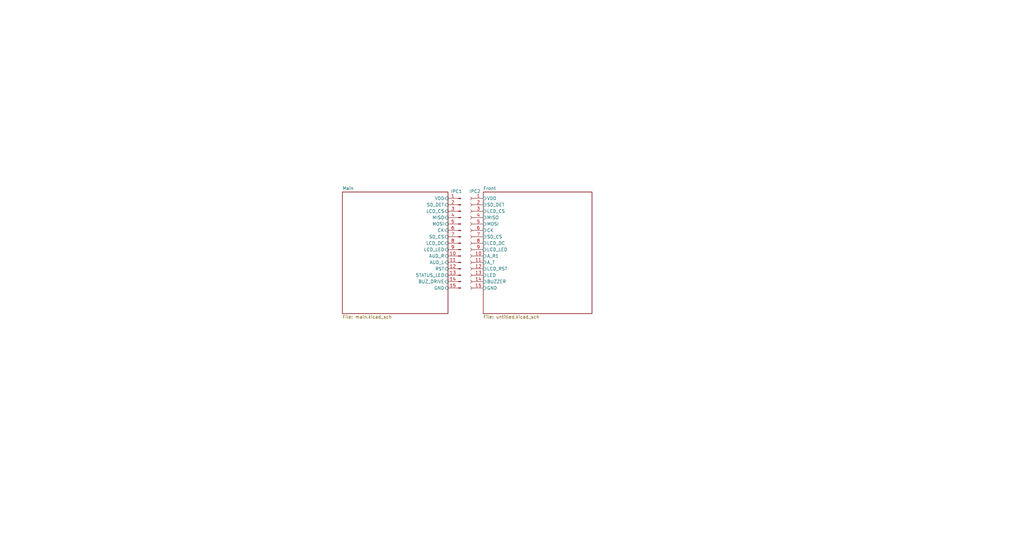
<source format=kicad_sch>
(kicad_sch (version 20231120) (generator "eeschema") (generator_version "8.0")
  (paper "User" 406.4 215.9)
  (title_block (title "Main"))
  (lib_symbols
    (symbol "Connector:Conn_01x15_Pin" (pin_names (offset 1.016) hide)
      (property "Reference" "J" (at 0 20.32 0))
      (property "Value" "Conn_01x15_Pin" (at 0 -20.32 0))
      (symbol "Conn_01x15_Pin_1_1"
        (polyline (pts (xy 1.27 -17.78) (xy 0.8636 -17.78)) (stroke (width 0.1524)))
        (polyline (pts (xy 1.27 -15.24) (xy 0.8636 -15.24)) (stroke (width 0.1524)))
        (polyline (pts (xy 1.27 -12.7) (xy 0.8636 -12.7)) (stroke (width 0.1524)))
        (polyline (pts (xy 1.27 -10.16) (xy 0.8636 -10.16)) (stroke (width 0.1524)))
        (polyline (pts (xy 1.27 -7.62) (xy 0.8636 -7.62)) (stroke (width 0.1524)))
        (polyline (pts (xy 1.27 -5.08) (xy 0.8636 -5.08)) (stroke (width 0.1524)))
        (polyline (pts (xy 1.27 -2.54) (xy 0.8636 -2.54)) (stroke (width 0.1524)))
        (polyline (pts (xy 1.27 0) (xy 0.8636 0)) (stroke (width 0.1524)))
        (polyline (pts (xy 1.27 2.54) (xy 0.8636 2.54)) (stroke (width 0.1524)))
        (polyline (pts (xy 1.27 5.08) (xy 0.8636 5.08)) (stroke (width 0.1524)))
        (polyline (pts (xy 1.27 7.62) (xy 0.8636 7.62)) (stroke (width 0.1524)))
        (polyline (pts (xy 1.27 10.16) (xy 0.8636 10.16)) (stroke (width 0.1524)))
        (polyline (pts (xy 1.27 12.7) (xy 0.8636 12.7)) (stroke (width 0.1524)))
        (polyline (pts (xy 1.27 15.24) (xy 0.8636 15.24)) (stroke (width 0.1524)))
        (polyline (pts (xy 1.27 17.78) (xy 0.8636 17.78)) (stroke (width 0.1524)))
        (rectangle (start 0.8636 -17.653) (end 0 -17.907) (stroke (width 0.1524)) (fill (type outline)))
        (rectangle (start 0.8636 -15.113) (end 0 -15.367) (stroke (width 0.1524)) (fill (type outline)))
        (rectangle (start 0.8636 -12.573) (end 0 -12.827) (stroke (width 0.1524)) (fill (type outline)))
        (rectangle (start 0.8636 -10.033) (end 0 -10.287) (stroke (width 0.1524)) (fill (type outline)))
        (rectangle (start 0.8636 -7.493) (end 0 -7.747) (stroke (width 0.1524)) (fill (type outline)))
        (rectangle (start 0.8636 -4.953) (end 0 -5.207) (stroke (width 0.1524)) (fill (type outline)))
        (rectangle (start 0.8636 -2.413) (end 0 -2.667) (stroke (width 0.1524)) (fill (type outline)))
        (rectangle (start 0.8636 0.127) (end 0 -0.127) (stroke (width 0.1524)) (fill (type outline)))
        (rectangle (start 0.8636 2.667) (end 0 2.413) (stroke (width 0.1524)) (fill (type outline)))
        (rectangle (start 0.8636 5.207) (end 0 4.953) (stroke (width 0.1524)) (fill (type outline)))
        (rectangle (start 0.8636 7.747) (end 0 7.493) (stroke (width 0.1524)) (fill (type outline)))
        (rectangle (start 0.8636 10.287) (end 0 10.033) (stroke (width 0.1524)) (fill (type outline)))
        (rectangle (start 0.8636 12.827) (end 0 12.573) (stroke (width 0.1524)) (fill (type outline)))
        (rectangle (start 0.8636 15.367) (end 0 15.113) (stroke (width 0.1524)) (fill (type outline)))
        (rectangle (start 0.8636 17.907) (end 0 17.653) (stroke (width 0.1524)) (fill (type outline)))
        (pin passive line (at 5.08 17.78 180) (length 3.81) (name "Pin_1") (number "1"))
        (pin passive line (at 5.08 -5.08 180) (length 3.81) (name "Pin_10") (number "10"))
        (pin passive line (at 5.08 -7.62 180) (length 3.81) (name "Pin_11") (number "11"))
        (pin passive line (at 5.08 -10.16 180) (length 3.81) (name "Pin_12") (number "12"))
        (pin passive line (at 5.08 -12.7 180) (length 3.81) (name "Pin_13") (number "13"))
        (pin passive line (at 5.08 -15.24 180) (length 3.81) (name "Pin_14") (number "14"))
        (pin passive line (at 5.08 -17.78 180) (length 3.81) (name "Pin_15") (number "15"))
        (pin passive line (at 5.08 15.24 180) (length 3.81) (name "Pin_2") (number "2"))
        (pin passive line (at 5.08 12.7 180) (length 3.81) (name "Pin_3") (number "3"))
        (pin passive line (at 5.08 10.16 180) (length 3.81) (name "Pin_4") (number "4"))
        (pin passive line (at 5.08 7.62 180) (length 3.81) (name "Pin_5") (number "5"))
        (pin passive line (at 5.08 5.08 180) (length 3.81) (name "Pin_6") (number "6"))
        (pin passive line (at 5.08 2.54 180) (length 3.81) (name "Pin_7") (number "7"))
        (pin passive line (at 5.08 0 180) (length 3.81) (name "Pin_8") (number "8"))
        (pin passive line (at 5.08 -2.54 180) (length 3.81) (name "Pin_9") (number "9"))
      )
    )
    (symbol "Connector:Conn_01x15_Socket" (pin_names (offset 1.016) hide)
      (property "Reference" "J" (at 0 20.32 0))
      (property "Value" "Conn_01x15_Socket" (at 0 -20.32 0))
      (symbol "Conn_01x15_Socket_1_1"
        (arc (start 0 -17.272) (mid -0.5058 -17.78) (end 0 -18.288) (stroke (width 0.1524)))
        (arc (start 0 -14.732) (mid -0.5058 -15.24) (end 0 -15.748) (stroke (width 0.1524)))
        (arc (start 0 -12.192) (mid -0.5058 -12.7) (end 0 -13.208) (stroke (width 0.1524)))
        (arc (start 0 -9.652) (mid -0.5058 -10.16) (end 0 -10.668) (stroke (width 0.1524)))
        (arc (start 0 -7.112) (mid -0.5058 -7.62) (end 0 -8.128) (stroke (width 0.1524)))
        (arc (start 0 -4.572) (mid -0.5058 -5.08) (end 0 -5.588) (stroke (width 0.1524)))
        (arc (start 0 -2.032) (mid -0.5058 -2.54) (end 0 -3.048) (stroke (width 0.1524)))
        (polyline (pts (xy -1.27 -17.78) (xy -0.508 -17.78)) (stroke (width 0.1524)))
        (polyline (pts (xy -1.27 -15.24) (xy -0.508 -15.24)) (stroke (width 0.1524)))
        (polyline (pts (xy -1.27 -12.7) (xy -0.508 -12.7)) (stroke (width 0.1524)))
        (polyline (pts (xy -1.27 -10.16) (xy -0.508 -10.16)) (stroke (width 0.1524)))
        (polyline (pts (xy -1.27 -7.62) (xy -0.508 -7.62)) (stroke (width 0.1524)))
        (polyline (pts (xy -1.27 -5.08) (xy -0.508 -5.08)) (stroke (width 0.1524)))
        (polyline (pts (xy -1.27 -2.54) (xy -0.508 -2.54)) (stroke (width 0.1524)))
        (polyline (pts (xy -1.27 0) (xy -0.508 0)) (stroke (width 0.1524)))
        (polyline (pts (xy -1.27 2.54) (xy -0.508 2.54)) (stroke (width 0.1524)))
        (polyline (pts (xy -1.27 5.08) (xy -0.508 5.08)) (stroke (width 0.1524)))
        (polyline (pts (xy -1.27 7.62) (xy -0.508 7.62)) (stroke (width 0.1524)))
        (polyline (pts (xy -1.27 10.16) (xy -0.508 10.16)) (stroke (width 0.1524)))
        (polyline (pts (xy -1.27 12.7) (xy -0.508 12.7)) (stroke (width 0.1524)))
        (polyline (pts (xy -1.27 15.24) (xy -0.508 15.24)) (stroke (width 0.1524)))
        (polyline (pts (xy -1.27 17.78) (xy -0.508 17.78)) (stroke (width 0.1524)))
        (arc (start 0 0.508) (mid -0.5058 0) (end 0 -0.508) (stroke (width 0.1524)))
        (arc (start 0 3.048) (mid -0.5058 2.54) (end 0 2.032) (stroke (width 0.1524)))
        (arc (start 0 5.588) (mid -0.5058 5.08) (end 0 4.572) (stroke (width 0.1524)))
        (arc (start 0 8.128) (mid -0.5058 7.62) (end 0 7.112) (stroke (width 0.1524)))
        (arc (start 0 10.668) (mid -0.5058 10.16) (end 0 9.652) (stroke (width 0.1524)))
        (arc (start 0 13.208) (mid -0.5058 12.7) (end 0 12.192) (stroke (width 0.1524)))
        (arc (start 0 15.748) (mid -0.5058 15.24) (end 0 14.732) (stroke (width 0.1524)))
        (arc (start 0 18.288) (mid -0.5058 17.78) (end 0 17.272) (stroke (width 0.1524)))
        (pin passive line (at -5.08 17.78 0) (length 3.81) (name "Pin_1") (number "1"))
        (pin passive line (at -5.08 -5.08 0) (length 3.81) (name "Pin_10") (number "10"))
        (pin passive line (at -5.08 -7.62 0) (length 3.81) (name "Pin_11") (number "11"))
        (pin passive line (at -5.08 -10.16 0) (length 3.81) (name "Pin_12") (number "12"))
        (pin passive line (at -5.08 -12.7 0) (length 3.81) (name "Pin_13") (number "13"))
        (pin passive line (at -5.08 -15.24 0) (length 3.81) (name "Pin_14") (number "14"))
        (pin passive line (at -5.08 -17.78 0) (length 3.81) (name "Pin_15") (number "15"))
        (pin passive line (at -5.08 15.24 0) (length 3.81) (name "Pin_2") (number "2"))
        (pin passive line (at -5.08 12.7 0) (length 3.81) (name "Pin_3") (number "3"))
        (pin passive line (at -5.08 10.16 0) (length 3.81) (name "Pin_4") (number "4"))
        (pin passive line (at -5.08 7.62 0) (length 3.81) (name "Pin_5") (number "5"))
        (pin passive line (at -5.08 5.08 0) (length 3.81) (name "Pin_6") (number "6"))
        (pin passive line (at -5.08 2.54 0) (length 3.81) (name "Pin_7") (number "7"))
        (pin passive line (at -5.08 0 0) (length 3.81) (name "Pin_8") (number "8"))
        (pin passive line (at -5.08 -2.54 0) (length 3.81) (name "Pin_9") (number "9"))
      )
    )
  )
  (symbol (lib_id "Connector:Conn_01x15_Pin") (at 182.88 96.52 0) (mirror y) (unit 1)
    (property "Reference" "IPC1" (at 181.102 75.946 0))
    (property "Value" "Conn_01x16_Pin" (effects (hide yes)))
    (property "Footprint" "Connector_PinHeader_2.54mm:PinHeader_1x15_P2.54mm_Vertical" (effects (hide yes)))
    (property "Description" "Generic connector, single row, 01x15, script generated" (effects (hide yes)))
  )
  (symbol (lib_id "Connector:Conn_01x15_Socket") (at 186.69 96.52 0) (mirror y) (unit 1)
    (property "Reference" "IPC2" (at 190.754 75.946 0) (effects (justify left)))
    (property "Value" "Conn_01x16_Socket" (effects (hide yes)))
    (property "Footprint" "footprints:PinSocket_1x15_P2.54mm_Vertical_Pads" (effects (hide yes)))
    (property "Description" "Generic connector, single row, 01x15, script generated" (effects (hide yes)))
  )
  (sheet (at 191.77 76.2) (size 43.18 48.26) (stroke (width 0.1524))
    (property "Sheetname" "Front" (at 191.77 75.4884 0) (effects (justify left bottom)))
    (property "Sheetfile" "untitled.kicad_sch" (at 191.77 125.0446 0) (effects (justify left top)))
    (pin "LCD_DC" input (at 191.77 96.52 180))
    (pin "CK" input (at 191.77 91.44 180))
    (pin "MOSI" input (at 191.77 88.9 180))
    (pin "SD_CS" input (at 191.77 93.98 180))
    (pin "LCD_CS" input (at 191.77 83.82 180))
    (pin "LCD_LED" input (at 191.77 99.06 180))
    (pin "VDD" input (at 191.77 78.74 180))
    (pin "MISO" input (at 191.77 86.36 180))
    (pin "LCD_RST" input (at 191.77 106.68 180))
    (pin "GND" input (at 191.77 114.3 180))
    (pin "A_R1" input (at 191.77 101.6 180))
    (pin "A_T" input (at 191.77 104.14 180))
    (pin "SD_DET" input (at 191.77 81.28 180))
    (pin "BUZZER" input (at 191.77 111.76 180))
    (pin "LED" input (at 191.77 109.22 180))
  )
  (sheet (at 135.89 76.2) (size 41.91 48.26) (stroke (width 0.1524))
    (property "Sheetname" "Main" (at 135.89 75.4884 0) (effects (justify left bottom)))
    (property "Sheetfile" "main.kicad_sch" (at 135.89 125.0446 0) (effects (justify left top)))
    (pin "MOSI" input (at 177.8 88.9 0))
    (pin "LCD_CS" input (at 177.8 83.82 0))
    (pin "CK" input (at 177.8 91.44 0))
    (pin "MISO" input (at 177.8 86.36 0))
    (pin "SD_CS" input (at 177.8 93.98 0))
    (pin "LCD_DC" input (at 177.8 96.52 0))
    (pin "LCD_LED" input (at 177.8 99.06 0))
    (pin "STATUS_LED" input (at 177.8 109.22 0))
    (pin "SD_DET" input (at 177.8 81.28 0))
    (pin "GND" input (at 177.8 114.3 0))
    (pin "VDD" input (at 177.8 78.74 0))
    (pin "BUZ_DRIVE" input (at 177.8 111.76 0))
    (pin "RST" input (at 177.8 106.68 0))
    (pin "AUD_L" input (at 177.8 104.14 0))
    (pin "AUD_R" input (at 177.8 101.6 0))
  )
)
</source>
